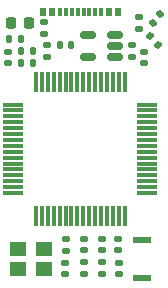
<source format=gbr>
%TF.GenerationSoftware,KiCad,Pcbnew,(6.0.1)*%
%TF.CreationDate,2022-06-22T23:32:04-04:00*%
%TF.ProjectId,stemcell,7374656d-6365-46c6-9c2e-6b696361645f,1.0.0*%
%TF.SameCoordinates,Original*%
%TF.FileFunction,Paste,Top*%
%TF.FilePolarity,Positive*%
%FSLAX46Y46*%
G04 Gerber Fmt 4.6, Leading zero omitted, Abs format (unit mm)*
G04 Created by KiCad (PCBNEW (6.0.1)) date 2022-06-22 23:32:04*
%MOMM*%
%LPD*%
G01*
G04 APERTURE LIST*
G04 Aperture macros list*
%AMRoundRect*
0 Rectangle with rounded corners*
0 $1 Rounding radius*
0 $2 $3 $4 $5 $6 $7 $8 $9 X,Y pos of 4 corners*
0 Add a 4 corners polygon primitive as box body*
4,1,4,$2,$3,$4,$5,$6,$7,$8,$9,$2,$3,0*
0 Add four circle primitives for the rounded corners*
1,1,$1+$1,$2,$3*
1,1,$1+$1,$4,$5*
1,1,$1+$1,$6,$7*
1,1,$1+$1,$8,$9*
0 Add four rect primitives between the rounded corners*
20,1,$1+$1,$2,$3,$4,$5,0*
20,1,$1+$1,$4,$5,$6,$7,0*
20,1,$1+$1,$6,$7,$8,$9,0*
20,1,$1+$1,$8,$9,$2,$3,0*%
G04 Aperture macros list end*
%ADD10R,0.600000X0.800000*%
%ADD11R,0.300000X0.800000*%
%ADD12RoundRect,0.140000X-0.170000X0.140000X-0.170000X-0.140000X0.170000X-0.140000X0.170000X0.140000X0*%
%ADD13RoundRect,0.150000X0.512500X0.150000X-0.512500X0.150000X-0.512500X-0.150000X0.512500X-0.150000X0*%
%ADD14RoundRect,0.135000X-0.185000X0.135000X-0.185000X-0.135000X0.185000X-0.135000X0.185000X0.135000X0*%
%ADD15RoundRect,0.140000X0.170000X-0.140000X0.170000X0.140000X-0.170000X0.140000X-0.170000X-0.140000X0*%
%ADD16RoundRect,0.135000X-0.135000X-0.185000X0.135000X-0.185000X0.135000X0.185000X-0.135000X0.185000X0*%
%ADD17RoundRect,0.135000X0.135000X0.185000X-0.135000X0.185000X-0.135000X-0.185000X0.135000X-0.185000X0*%
%ADD18RoundRect,0.135000X0.185000X-0.135000X0.185000X0.135000X-0.185000X0.135000X-0.185000X-0.135000X0*%
%ADD19RoundRect,0.140000X0.140000X0.170000X-0.140000X0.170000X-0.140000X-0.170000X0.140000X-0.170000X0*%
%ADD20R,1.400000X1.200000*%
%ADD21RoundRect,0.140000X-0.040237X0.216520X-0.220218X0.002028X0.040237X-0.216520X0.220218X-0.002028X0*%
%ADD22RoundRect,0.135000X0.228495X0.015500X0.054942X0.222332X-0.228495X-0.015500X-0.054942X-0.222332X0*%
%ADD23RoundRect,0.140000X-0.140000X-0.170000X0.140000X-0.170000X0.140000X0.170000X-0.140000X0.170000X0*%
%ADD24RoundRect,0.218750X-0.218750X-0.256250X0.218750X-0.256250X0.218750X0.256250X-0.218750X0.256250X0*%
%ADD25R,1.500000X0.550000*%
%ADD26RoundRect,0.011200X-0.768800X-0.128800X0.768800X-0.128800X0.768800X0.128800X-0.768800X0.128800X0*%
%ADD27RoundRect,0.011200X0.128800X-0.768800X0.128800X0.768800X-0.128800X0.768800X-0.128800X-0.768800X0*%
%ADD28RoundRect,0.011200X0.768800X0.128800X-0.768800X0.128800X-0.768800X-0.128800X0.768800X-0.128800X0*%
%ADD29RoundRect,0.011200X-0.128800X0.768800X-0.128800X-0.768800X0.128800X-0.768800X0.128800X0.768800X0*%
G04 APERTURE END LIST*
D10*
%TO.C,J1*%
X96914400Y-55372000D03*
X103314400Y-55372000D03*
X97714400Y-55372000D03*
X102514400Y-55372000D03*
D11*
X101364400Y-55372000D03*
X100364400Y-55372000D03*
X99864400Y-55372000D03*
X98864400Y-55372000D03*
X98364400Y-55372000D03*
X99364400Y-55372000D03*
X100864400Y-55372000D03*
X101864400Y-55372000D03*
%TD*%
D12*
%TO.C,C10*%
X101888600Y-74639200D03*
X101888600Y-75599200D03*
%TD*%
D13*
%TO.C,U2*%
X103026100Y-59249200D03*
X103026100Y-58299200D03*
X103026100Y-57349200D03*
X100751100Y-57349200D03*
X100751100Y-59249200D03*
%TD*%
D14*
%TO.C,R5*%
X97256600Y-58216800D03*
X97256600Y-59236800D03*
%TD*%
D15*
%TO.C,C5*%
X101888600Y-77579200D03*
X101888600Y-76619200D03*
%TD*%
D16*
%TO.C,R6*%
X94048687Y-57669462D03*
X95068687Y-57669462D03*
%TD*%
D15*
%TO.C,C8*%
X100388600Y-75599200D03*
X100388600Y-74639200D03*
%TD*%
D17*
%TO.C,R3*%
X96067925Y-58725928D03*
X95047925Y-58725928D03*
%TD*%
D18*
%TO.C,R4*%
X97018050Y-57276564D03*
X97018050Y-56256564D03*
%TD*%
D12*
%TO.C,C4*%
X103295600Y-74639200D03*
X103295600Y-75599200D03*
%TD*%
D15*
%TO.C,C6*%
X93955216Y-59746949D03*
X93955216Y-58786949D03*
%TD*%
D19*
%TO.C,C1*%
X99311400Y-58216800D03*
X98351400Y-58216800D03*
%TD*%
D20*
%TO.C,Y1*%
X96988600Y-75499200D03*
X94788600Y-75499200D03*
X94788600Y-77199200D03*
X96988600Y-77199200D03*
%TD*%
D12*
%TO.C,C11*%
X98831400Y-76639200D03*
X98831400Y-77599200D03*
%TD*%
D18*
%TO.C,R1*%
X98882200Y-75641200D03*
X98882200Y-74621200D03*
%TD*%
D21*
%TO.C,C12*%
X106831736Y-55568973D03*
X106214660Y-56304375D03*
%TD*%
D22*
%TO.C,R7*%
X106675962Y-58207042D03*
X106020318Y-57425676D03*
%TD*%
D23*
%TO.C,C9*%
X95091646Y-59734374D03*
X96051646Y-59734374D03*
%TD*%
D15*
%TO.C,C2*%
X104470200Y-59204800D03*
X104470200Y-58244800D03*
%TD*%
D14*
%TO.C,R2*%
X105029000Y-55829200D03*
X105029000Y-56849200D03*
%TD*%
D24*
%TO.C,D1*%
X94181296Y-56347195D03*
X95756296Y-56347195D03*
%TD*%
D25*
%TO.C,SW1*%
X105288600Y-77924200D03*
X105288600Y-74674200D03*
%TD*%
D12*
%TO.C,C7*%
X103326600Y-76639200D03*
X103326600Y-77599200D03*
%TD*%
%TO.C,C3*%
X105519546Y-58764958D03*
X105519546Y-59724958D03*
%TD*%
D26*
%TO.C,U1*%
X94407900Y-63245400D03*
X94407900Y-63745400D03*
X94407900Y-64245400D03*
X94407900Y-64745400D03*
X94407900Y-65245400D03*
X94407900Y-65745400D03*
X94407900Y-66245400D03*
X94407900Y-66745400D03*
X94407900Y-67245400D03*
X94407900Y-67745400D03*
X94407900Y-68245400D03*
X94407900Y-68745400D03*
X94407900Y-69245400D03*
X94407900Y-69745400D03*
X94407900Y-70245400D03*
X94407900Y-70745400D03*
D27*
X96337900Y-72675400D03*
X96837900Y-72675400D03*
X97337900Y-72675400D03*
X97837900Y-72675400D03*
X98337900Y-72675400D03*
X98837900Y-72675400D03*
X99337900Y-72675400D03*
X99837900Y-72675400D03*
X100337900Y-72675400D03*
X100837900Y-72675400D03*
X101337900Y-72675400D03*
X101837900Y-72675400D03*
X102337900Y-72675400D03*
X102837900Y-72675400D03*
X103337900Y-72675400D03*
X103837900Y-72675400D03*
D28*
X105767900Y-70745400D03*
X105767900Y-70245400D03*
X105767900Y-69745400D03*
X105767900Y-69245400D03*
X105767900Y-68745400D03*
X105767900Y-68245400D03*
X105767900Y-67745400D03*
X105767900Y-67245400D03*
X105767900Y-66745400D03*
X105767900Y-66245400D03*
X105767900Y-65745400D03*
X105767900Y-65245400D03*
X105767900Y-64745400D03*
X105767900Y-64245400D03*
X105767900Y-63745400D03*
X105767900Y-63245400D03*
D29*
X103837900Y-61315400D03*
X103337900Y-61315400D03*
X102837900Y-61315400D03*
X102337900Y-61315400D03*
X101837900Y-61315400D03*
X101337900Y-61315400D03*
X100837900Y-61315400D03*
X100337900Y-61315400D03*
X99837900Y-61315400D03*
X99337900Y-61315400D03*
X98837900Y-61315400D03*
X98337900Y-61315400D03*
X97837900Y-61315400D03*
X97337900Y-61315400D03*
X96837900Y-61315400D03*
X96337900Y-61315400D03*
%TD*%
D18*
%TO.C,R8*%
X100388600Y-77609200D03*
X100388600Y-76589200D03*
%TD*%
M02*

</source>
